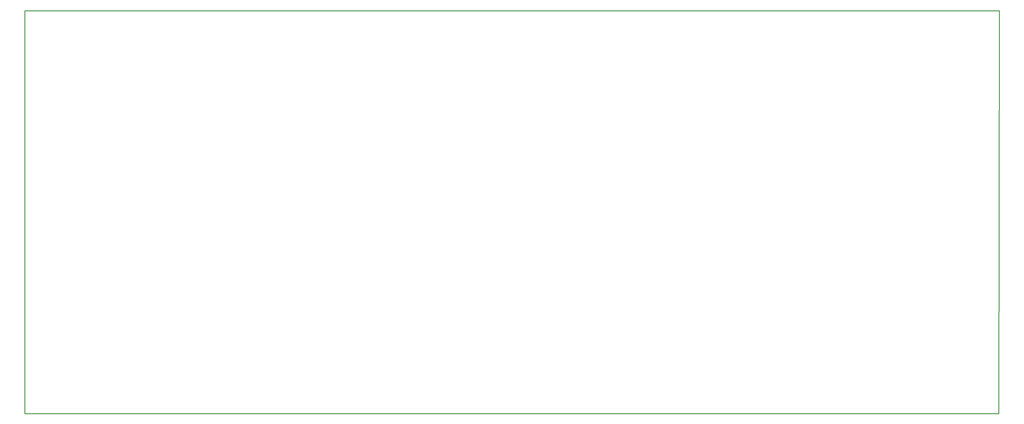
<source format=gko>
G04 Layer: BoardOutlineLayer*
G04 EasyEDA v6.5.34, 2023-08-13 23:18:08*
G04 4af7dcaf46fa4c71bde35255d9dd92c6,5a6b42c53f6a479593ecc07194224c93,10*
G04 Gerber Generator version 0.2*
G04 Scale: 100 percent, Rotated: No, Reflected: No *
G04 Dimensions in millimeters *
G04 leading zeros omitted , absolute positions ,4 integer and 5 decimal *
%FSLAX45Y45*%
%MOMM*%

%ADD10C,0.2540*%
D10*
X0Y9004300D02*
G01*
X0Y11455400D01*
X27698700Y11455400D01*
X27686000Y0D01*
X0Y0D01*
X0Y9004300D01*

%LPD*%
M02*

</source>
